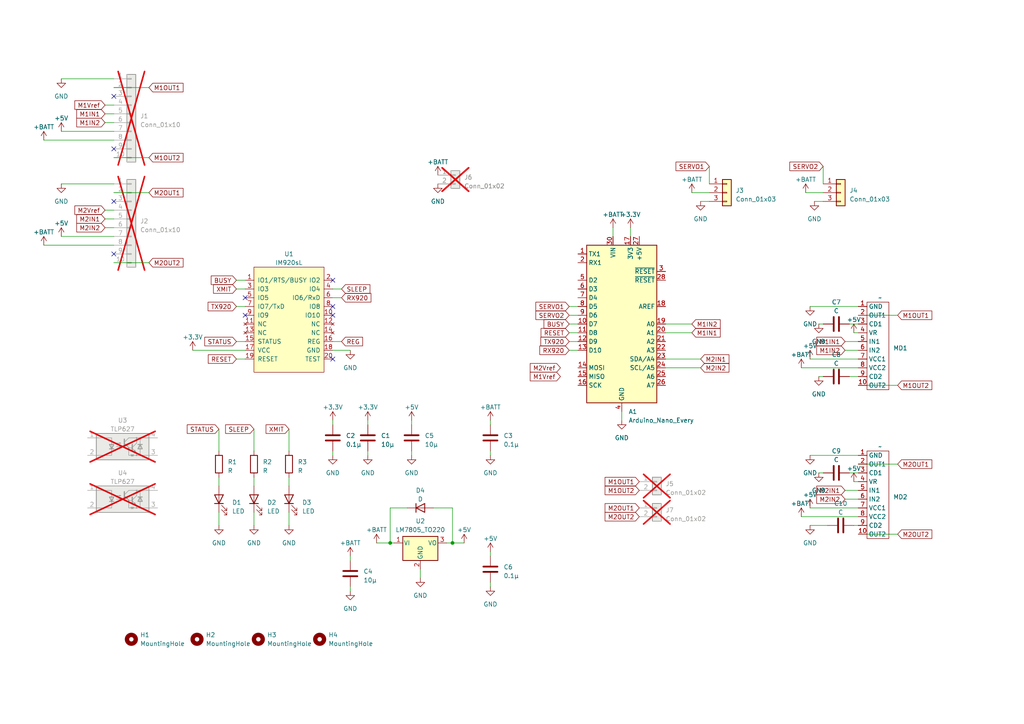
<source format=kicad_sch>
(kicad_sch (version 20230121) (generator eeschema)
  (paper "A4")
  (lib_symbols
    (symbol "BA6222:BA6222"
      (property "Reference" "MD" (at 0 0 0))
      (symbol "BA6222_0_1"
        (rectangle (start -3.81 -1.27) (end 2.54 -26.67))
      )
      (symbol "BA6222_1_1"
        (pin input line (at -6.35 -2.54 0) (length 2.54) (name "GND") (number "1"))
        (pin input line (at -6.35 -25.4 0) (length 2.54) (name "OUT2") (number "10"))
        (pin input line (at -6.35 -5.08 0) (length 2.54) (name "OUT1") (number "2"))
        (pin input line (at -6.35 -7.62 0) (length 2.54) (name "CD1") (number "3"))
        (pin input line (at -6.35 -10.16 0) (length 2.54) (name "VR") (number "4"))
        (pin input line (at -6.35 -12.7 0) (length 2.54) (name "IN1") (number "5"))
        (pin input line (at -6.35 -15.24 0) (length 2.54) (name "IN2") (number "6"))
        (pin input line (at -6.35 -17.78 0) (length 2.54) (name "VCC1") (number "7"))
        (pin input line (at -6.35 -20.32 0) (length 2.54) (name "VCC2") (number "8"))
        (pin input line (at -6.35 -22.86 0) (length 2.54) (name "CD2") (number "9"))
      )
    )
    (symbol "Connector_Generic:Conn_01x02" (pin_names (offset 1.016) hide)
      (property "Reference" "J" (at 0 2.54 0))
      (property "Value" "Conn_01x02" (at 0 -5.08 0))
      (symbol "Conn_01x02_1_1"
        (rectangle (start -1.27 -2.413) (end 0 -2.667) (stroke (width 0.1524)))
        (rectangle (start -1.27 0.127) (end 0 -0.127) (stroke (width 0.1524)))
        (rectangle (start -1.27 1.27) (end 1.27 -3.81) (stroke (width 0.254)) (fill (type background)))
        (pin passive line (at -5.08 0 0) (length 3.81) (name "Pin_1") (number "1"))
        (pin passive line (at -5.08 -2.54 0) (length 3.81) (name "Pin_2") (number "2"))
      )
    )
    (symbol "Connector_Generic:Conn_01x03" (pin_names (offset 1.016) hide)
      (property "Reference" "J" (at 0 5.08 0))
      (property "Value" "Conn_01x03" (at 0 -5.08 0))
      (symbol "Conn_01x03_1_1"
        (rectangle (start -1.27 -2.413) (end 0 -2.667) (stroke (width 0.1524)))
        (rectangle (start -1.27 0.127) (end 0 -0.127) (stroke (width 0.1524)))
        (rectangle (start -1.27 2.667) (end 0 2.413) (stroke (width 0.1524)))
        (rectangle (start -1.27 3.81) (end 1.27 -3.81) (stroke (width 0.254)) (fill (type background)))
        (pin passive line (at -5.08 2.54 0) (length 3.81) (name "Pin_1") (number "1"))
        (pin passive line (at -5.08 0 0) (length 3.81) (name "Pin_2") (number "2"))
        (pin passive line (at -5.08 -2.54 0) (length 3.81) (name "Pin_3") (number "3"))
      )
    )
    (symbol "Connector_Generic:Conn_01x10" (pin_names (offset 1.016) hide)
      (property "Reference" "J" (at 0 12.7 0))
      (property "Value" "Conn_01x10" (at 0 -15.24 0))
      (symbol "Conn_01x10_1_1"
        (rectangle (start -1.27 -12.573) (end 0 -12.827) (stroke (width 0.1524)))
        (rectangle (start -1.27 -10.033) (end 0 -10.287) (stroke (width 0.1524)))
        (rectangle (start -1.27 -7.493) (end 0 -7.747) (stroke (width 0.1524)))
        (rectangle (start -1.27 -4.953) (end 0 -5.207) (stroke (width 0.1524)))
        (rectangle (start -1.27 -2.413) (end 0 -2.667) (stroke (width 0.1524)))
        (rectangle (start -1.27 0.127) (end 0 -0.127) (stroke (width 0.1524)))
        (rectangle (start -1.27 2.667) (end 0 2.413) (stroke (width 0.1524)))
        (rectangle (start -1.27 5.207) (end 0 4.953) (stroke (width 0.1524)))
        (rectangle (start -1.27 7.747) (end 0 7.493) (stroke (width 0.1524)))
        (rectangle (start -1.27 10.287) (end 0 10.033) (stroke (width 0.1524)))
        (rectangle (start -1.27 11.43) (end 1.27 -13.97) (stroke (width 0.254)) (fill (type background)))
        (pin passive line (at -5.08 10.16 0) (length 3.81) (name "Pin_1") (number "1"))
        (pin passive line (at -5.08 -12.7 0) (length 3.81) (name "Pin_10") (number "10"))
        (pin passive line (at -5.08 7.62 0) (length 3.81) (name "Pin_2") (number "2"))
        (pin passive line (at -5.08 5.08 0) (length 3.81) (name "Pin_3") (number "3"))
        (pin passive line (at -5.08 2.54 0) (length 3.81) (name "Pin_4") (number "4"))
        (pin passive line (at -5.08 0 0) (length 3.81) (name "Pin_5") (number "5"))
        (pin passive line (at -5.08 -2.54 0) (length 3.81) (name "Pin_6") (number "6"))
        (pin passive line (at -5.08 -5.08 0) (length 3.81) (name "Pin_7") (number "7"))
        (pin passive line (at -5.08 -7.62 0) (length 3.81) (name "Pin_8") (number "8"))
        (pin passive line (at -5.08 -10.16 0) (length 3.81) (name "Pin_9") (number "9"))
      )
    )
    (symbol "Device:C" (pin_numbers hide) (pin_names (offset 0.254))
      (property "Reference" "C" (at 0.635 2.54 0))
      (property "Value" "C" (at 0.635 -2.54 0))
      (symbol "C_0_1"
        (polyline (pts (xy -2.032 -0.762) (xy 2.032 -0.762)) (stroke (width 0.508)))
        (polyline (pts (xy -2.032 0.762) (xy 2.032 0.762)) (stroke (width 0.508)))
      )
      (symbol "C_1_1"
        (pin passive line (at 0 3.81 270) (length 2.794) (name "~") (number "1"))
        (pin passive line (at 0 -3.81 90) (length 2.794) (name "~") (number "2"))
      )
    )
    (symbol "Device:D" (pin_numbers hide) (pin_names (offset 1.016) hide)
      (property "Reference" "D" (at 0 2.54 0))
      (property "Value" "D" (at 0 -2.54 0))
      (symbol "D_0_1"
        (polyline (pts (xy -1.27 1.27) (xy -1.27 -1.27)) (stroke (width 0.254)))
        (polyline (pts (xy 1.27 0) (xy -1.27 0)))
        (polyline (pts (xy 1.27 1.27) (xy 1.27 -1.27) (xy -1.27 0) (xy 1.27 1.27)) (stroke (width 0.254)))
      )
      (symbol "D_1_1"
        (pin passive line (at -3.81 0 0) (length 2.54) (name "K") (number "1"))
        (pin passive line (at 3.81 0 180) (length 2.54) (name "A") (number "2"))
      )
    )
    (symbol "Device:LED" (pin_numbers hide) (pin_names (offset 1.016) hide)
      (property "Reference" "D" (at 0 2.54 0))
      (property "Value" "LED" (at 0 -2.54 0))
      (symbol "LED_0_1"
        (polyline (pts (xy -1.27 -1.27) (xy -1.27 1.27)) (stroke (width 0.254)))
        (polyline (pts (xy -1.27 0) (xy 1.27 0)))
        (polyline (pts (xy 1.27 -1.27) (xy 1.27 1.27) (xy -1.27 0) (xy 1.27 -1.27)) (stroke (width 0.254)))
        (polyline (pts (xy -3.048 -0.762) (xy -4.572 -2.286) (xy -3.81 -2.286) (xy -4.572 -2.286) (xy -4.572 -1.524)))
        (polyline (pts (xy -1.778 -0.762) (xy -3.302 -2.286) (xy -2.54 -2.286) (xy -3.302 -2.286) (xy -3.302 -1.524)))
      )
      (symbol "LED_1_1"
        (pin passive line (at -3.81 0 0) (length 2.54) (name "K") (number "1"))
        (pin passive line (at 3.81 0 180) (length 2.54) (name "A") (number "2"))
      )
    )
    (symbol "Device:R" (pin_numbers hide) (pin_names (offset 0))
      (property "Reference" "R" (at 2.032 0 90))
      (property "Value" "R" (at 0 0 90))
      (symbol "R_0_1"
        (rectangle (start -1.016 -2.54) (end 1.016 2.54) (stroke (width 0.254)))
      )
      (symbol "R_1_1"
        (pin passive line (at 0 3.81 270) (length 1.27) (name "~") (number "1"))
        (pin passive line (at 0 -3.81 90) (length 1.27) (name "~") (number "2"))
      )
    )
    (symbol "Isolator:TLP627" (pin_names (offset 1.016))
      (property "Reference" "U" (at -7.62 5.08 0))
      (property "Value" "TLP627" (at 0 5.08 0))
      (symbol "TLP627_0_1"
        (rectangle (start -7.62 3.81) (end 7.62 -3.81) (stroke (width 0.254)) (fill (type background)))
        (polyline (pts (xy -3.81 -0.635) (xy -2.54 -0.635)) (stroke (width 0.254)))
        (polyline (pts (xy 0.508 1.016) (xy 1.778 -0.254)))
        (polyline (pts (xy 0.508 1.27) (xy 1.778 2.54)))
        (polyline (pts (xy 0.508 2.159) (xy 0.508 0.127)) (stroke (width 0.3556)))
        (polyline (pts (xy 1.778 2.54) (xy 7.62 2.54)))
        (polyline (pts (xy 2.794 -0.508) (xy 4.064 -1.778)))
        (polyline (pts (xy 2.794 -0.381) (xy 1.778 -0.381)))
        (polyline (pts (xy 2.794 -0.254) (xy 4.064 1.016)))
        (polyline (pts (xy 4.064 -2.54) (xy 7.62 -2.54)))
        (polyline (pts (xy 4.064 -1.778) (xy 4.064 -2.54)))
        (polyline (pts (xy 4.064 1.016) (xy 4.064 2.54)))
        (polyline (pts (xy 4.445 0.635) (xy 5.715 0.635)) (stroke (width 0.254)))
        (polyline (pts (xy 5.08 -0.635) (xy 5.08 -2.54)))
        (polyline (pts (xy 5.08 -0.635) (xy 5.08 2.54)))
        (polyline (pts (xy -7.62 2.54) (xy -3.175 2.54) (xy -3.175 0.635)))
        (polyline (pts (xy -3.175 0.762) (xy -3.175 -2.54) (xy -7.62 -2.54)))
        (polyline (pts (xy 2.794 0.635) (xy 2.794 -1.397) (xy 2.794 -1.397)) (stroke (width 0.3556)))
        (polyline (pts (xy -3.175 -0.635) (xy -3.81 0.635) (xy -2.54 0.635) (xy -3.175 -0.635)) (stroke (width 0.254)))
        (polyline (pts (xy 1.524 0) (xy 1.27 0.508) (xy 1.016 0.254) (xy 1.524 0)))
        (polyline (pts (xy 3.81 -1.524) (xy 3.556 -1.016) (xy 3.302 -1.27) (xy 3.81 -1.524)))
        (polyline (pts (xy 5.08 0.635) (xy 4.445 -0.635) (xy 5.715 -0.635) (xy 5.08 0.635)) (stroke (width 0.254)))
        (polyline (pts (xy -1.778 0) (xy -0.508 0) (xy -0.889 -0.127) (xy -0.889 0.127) (xy -0.508 0)))
        (polyline (pts (xy -1.778 1.016) (xy -0.508 1.016) (xy -0.889 0.889) (xy -0.889 1.143) (xy -0.508 1.016)))
        (polyline (pts (xy 1.778 -0.254) (xy 1.778 -2.54) (xy 2.286 -2.54) (xy 2.413 -2.286) (xy 2.54 -2.794) (xy 2.667 -2.286) (xy 2.794 -2.794) (xy 2.921 -2.286) (xy 3.048 -2.794) (xy 3.175 -2.286) (xy 3.302 -2.54) (xy 4.064 -2.54)))
        (circle (center 1.778 -0.381) (radius 0.127))
        (circle (center 4.064 -2.54) (radius 0.127))
        (circle (center 4.064 2.54) (radius 0.127))
        (circle (center 5.08 -2.54) (radius 0.127))
        (circle (center 5.08 2.54) (radius 0.127))
      )
      (symbol "TLP627_1_1"
        (pin passive line (at -10.16 2.54 0) (length 2.54) (name "~") (number "1"))
        (pin passive line (at -10.16 -2.54 0) (length 2.54) (name "~") (number "2"))
        (pin passive line (at 10.16 -2.54 180) (length 2.54) (name "~") (number "3"))
        (pin passive line (at 10.16 2.54 180) (length 2.54) (name "~") (number "4"))
      )
    )
    (symbol "MCU_Module:Arduino_Nano_Every"
      (property "Reference" "A" (at -10.16 23.495 0))
      (property "Value" "Arduino_Nano_Every" (at 5.08 -24.13 0))
      (symbol "Arduino_Nano_Every_0_1"
        (rectangle (start -10.16 22.86) (end 10.16 -22.86) (stroke (width 0.254)) (fill (type background)))
      )
      (symbol "Arduino_Nano_Every_1_1"
        (pin bidirectional line (at -12.7 20.32 0) (length 2.54) (name "TX1") (number "1"))
        (pin bidirectional line (at -12.7 0 0) (length 2.54) (name "D7") (number "10"))
        (pin bidirectional line (at -12.7 -2.54 0) (length 2.54) (name "D8") (number "11"))
        (pin bidirectional line (at -12.7 -5.08 0) (length 2.54) (name "D9") (number "12"))
        (pin bidirectional line (at -12.7 -7.62 0) (length 2.54) (name "D10") (number "13"))
        (pin bidirectional line (at -12.7 -12.7 0) (length 2.54) (name "MOSI") (number "14"))
        (pin bidirectional line (at -12.7 -15.24 0) (length 2.54) (name "MISO") (number "15"))
        (pin bidirectional line (at -12.7 -17.78 0) (length 2.54) (name "SCK") (number "16"))
        (pin power_out line (at 2.54 25.4 270) (length 2.54) (name "3V3") (number "17"))
        (pin input line (at 12.7 5.08 180) (length 2.54) (name "AREF") (number "18"))
        (pin bidirectional line (at 12.7 0 180) (length 2.54) (name "A0") (number "19"))
        (pin bidirectional line (at -12.7 17.78 0) (length 2.54) (name "RX1") (number "2"))
        (pin bidirectional line (at 12.7 -2.54 180) (length 2.54) (name "A1") (number "20"))
        (pin bidirectional line (at 12.7 -5.08 180) (length 2.54) (name "A2") (number "21"))
        (pin bidirectional line (at 12.7 -7.62 180) (length 2.54) (name "A3") (number "22"))
        (pin bidirectional line (at 12.7 -10.16 180) (length 2.54) (name "SDA/A4") (number "23"))
        (pin bidirectional line (at 12.7 -12.7 180) (length 2.54) (name "SCL/A5") (number "24"))
        (pin bidirectional line (at 12.7 -15.24 180) (length 2.54) (name "A6") (number "25"))
        (pin bidirectional line (at 12.7 -17.78 180) (length 2.54) (name "A7") (number "26"))
        (pin power_out line (at 5.08 25.4 270) (length 2.54) (name "+5V") (number "27"))
        (pin input line (at 12.7 12.7 180) (length 2.54) (name "~{RESET}") (number "28"))
        (pin passive line (at 0 -25.4 90) (length 2.54) hide (name "GND") (number "29"))
        (pin input line (at 12.7 15.24 180) (length 2.54) (name "~{RESET}") (number "3"))
        (pin power_in line (at -2.54 25.4 270) (length 2.54) (name "VIN") (number "30"))
        (pin power_in line (at 0 -25.4 90) (length 2.54) (name "GND") (number "4"))
        (pin bidirectional line (at -12.7 12.7 0) (length 2.54) (name "D2") (number "5"))
        (pin bidirectional line (at -12.7 10.16 0) (length 2.54) (name "D3") (number "6"))
        (pin bidirectional line (at -12.7 7.62 0) (length 2.54) (name "D4") (number "7"))
        (pin bidirectional line (at -12.7 5.08 0) (length 2.54) (name "D5") (number "8"))
        (pin bidirectional line (at -12.7 2.54 0) (length 2.54) (name "D6") (number "9"))
      )
    )
    (symbol "Mechanical:MountingHole" (pin_names (offset 1.016))
      (property "Reference" "H" (at 0 5.08 0))
      (property "Value" "MountingHole" (at 0 3.175 0))
      (symbol "MountingHole_0_1"
        (circle (center 0 0) (radius 1.27) (stroke (width 1.27)))
      )
    )
    (symbol "Regulator_Linear:LM7805_TO220" (pin_names (offset 0.254))
      (property "Reference" "U" (at -3.81 3.175 0))
      (property "Value" "LM7805_TO220" (at 0 3.175 0))
      (symbol "LM7805_TO220_0_1"
        (rectangle (start -5.08 1.905) (end 5.08 -5.08) (stroke (width 0.254)) (fill (type background)))
      )
      (symbol "LM7805_TO220_1_1"
        (pin power_in line (at -7.62 0 0) (length 2.54) (name "VI") (number "1"))
        (pin power_in line (at 0 -7.62 90) (length 2.54) (name "GND") (number "2"))
        (pin power_out line (at 7.62 0 180) (length 2.54) (name "VO") (number "3"))
      )
    )
    (symbol "interplan:IM920sL" (pin_names (offset 1.016))
      (property "Reference" "U" (at 0 15.24 0))
      (property "Value" "IM920sL" (at 0 -17.78 0))
      (symbol "IM920sL_0_1"
        (rectangle (start -10.16 13.97) (end 10.16 -16.51) (fill (type background)))
      )
      (symbol "IM920sL_1_1"
        (pin input line (at -12.7 10.16 0) (length 2.54) (name "IO1/RTS/BUSY") (number "1"))
        (pin input line (at 12.7 0 180) (length 2.54) (name "IO10") (number "10"))
        (pin no_connect line (at -12.7 -2.54 0) (length 2.54) (name "NC") (number "11"))
        (pin no_connect line (at 12.7 -2.54 180) (length 2.54) (name "NC") (number "12"))
        (pin no_connect line (at -12.7 -5.08 0) (length 2.54) (name "NC") (number "13"))
        (pin no_connect line (at 12.7 -5.08 180) (length 2.54) (name "NC") (number "14"))
        (pin input line (at -12.7 -7.62 0) (length 2.54) (name "STATUS") (number "15"))
        (pin input line (at 12.7 -7.62 180) (length 2.54) (name "REG") (number "16"))
        (pin input line (at -12.7 -10.16 0) (length 2.54) (name "VCC") (number "17"))
        (pin input line (at 12.7 -10.16 180) (length 2.54) (name "GND") (number "18"))
        (pin input line (at -12.7 -12.7 0) (length 2.54) (name "RESET") (number "19"))
        (pin input line (at 12.7 10.16 180) (length 2.54) (name "IO2") (number "2"))
        (pin input line (at 12.7 -12.7 180) (length 2.54) (name "TEST") (number "20"))
        (pin input line (at -12.7 7.62 0) (length 2.54) (name "IO3") (number "3"))
        (pin input line (at 12.7 7.62 180) (length 2.54) (name "IO4") (number "4"))
        (pin input line (at -12.7 5.08 0) (length 2.54) (name "IO5") (number "5"))
        (pin input line (at 12.7 5.08 180) (length 2.54) (name "IO6/RxD") (number "6"))
        (pin input line (at -12.7 2.54 0) (length 2.54) (name "IO7/TxD") (number "7"))
        (pin input line (at 12.7 2.54 180) (length 2.54) (name "IO8") (number "8"))
        (pin input line (at -12.7 0 0) (length 2.54) (name "IO9") (number "9"))
      )
    )
    (symbol "power:+3.3V" (power) (pin_names (offset 0))
      (property "Value" "+3.3V" (at 0 3.556 0))
      (symbol "+3.3V_0_1"
        (polyline (pts (xy -0.762 1.27) (xy 0 2.54)))
        (polyline (pts (xy 0 0) (xy 0 2.54)))
        (polyline (pts (xy 0 2.54) (xy 0.762 1.27)))
      )
      (symbol "+3.3V_1_1"
        (pin power_in line (at 0 0 90) (length 0) hide (name "+3.3V") (number "1"))
      )
    )
    (symbol "power:+5V" (power) (pin_names (offset 0))
      (property "Value" "+5V" (at 0 3.556 0))
      (symbol "+5V_0_1"
        (polyline (pts (xy -0.762 1.27) (xy 0 2.54)))
        (polyline (pts (xy 0 0) (xy 0 2.54)))
        (polyline (pts (xy 0 2.54) (xy 0.762 1.27)))
      )
      (symbol "+5V_1_1"
        (pin power_in line (at 0 0 90) (length 0) hide (name "+5V") (number "1"))
      )
    )
    (symbol "power:+BATT" (power) (pin_names (offset 0))
      (property "Value" "+BATT" (at 0 3.556 0))
      (symbol "+BATT_0_1"
        (polyline (pts (xy -0.762 1.27) (xy 0 2.54)))
        (polyline (pts (xy 0 0) (xy 0 2.54)))
        (polyline (pts (xy 0 2.54) (xy 0.762 1.27)))
      )
      (symbol "+BATT_1_1"
        (pin power_in line (at 0 0 90) (length 0) hide (name "+BATT") (number "1"))
      )
    )
    (symbol "power:GND" (power) (pin_names (offset 0))
      (property "Value" "GND" (at 0 -3.81 0))
      (symbol "GND_0_1"
        (polyline (pts (xy 0 0) (xy 0 -1.27) (xy 1.27 -1.27) (xy 0 -2.54) (xy -1.27 -1.27) (xy 0 -1.27)))
      )
      (symbol "GND_1_1"
        (pin power_in line (at 0 0 270) (length 0) hide (name "GND") (number "1"))
      )
    )
  )
  (junction (at 131.2434 157.48))
  (junction (at 113.1716 157.48))
  (no_connect (at 71.12 91.44))
  (no_connect (at 96.52 104.14))
  (no_connect (at 96.52 81.28))
  (no_connect (at 33.02 27.94))
  (no_connect (at 33.02 58.42))
  (no_connect (at 33.02 73.66))
  (no_connect (at 71.12 86.36))
  (no_connect (at 33.02 43.18))
  (no_connect (at 96.52 88.9))
  (no_connect (at 96.52 91.44))
  (wire (pts (xy 30.48 30.48) (xy 33.02 30.48)))
  (wire (pts (xy 17.78 22.86) (xy 33.02 22.86)))
  (wire (pts (xy 63.5 124.46) (xy 63.5 130.81)))
  (wire (pts (xy 30.48 33.02) (xy 33.02 33.02)))
  (wire (pts (xy 205.74 48.26) (xy 205.74 53.34)))
  (wire (pts (xy 68.58 104.14) (xy 71.12 104.14)))
  (wire (pts (xy 203.2 58.42) (xy 205.74 58.42)))
  (wire (pts (xy 118.11 147.32) (xy 113.1716 147.32)))
  (wire (pts (xy 247.65 152.4) (xy 248.92 152.4)))
  (wire (pts (xy 234.95 152.4) (xy 240.03 152.4)))
  (wire (pts (xy 99.06 99.06) (xy 96.52 99.06)))
  (wire (pts (xy 165.1 99.06) (xy 167.64 99.06)))
  (wire (pts (xy 30.48 60.96) (xy 33.02 60.96)))
  (wire (pts (xy 234.95 132.08) (xy 248.92 132.08)))
  (wire (pts (xy 142.24 121.92) (xy 142.24 123.19)))
  (wire (pts (xy 12.7 71.12) (xy 33.02 71.12)))
  (wire (pts (xy 119.38 130.81) (xy 119.38 132.08)))
  (wire (pts (xy 17.78 53.34) (xy 33.02 53.34)))
  (wire (pts (xy 248.92 91.44) (xy 260.35 91.44)))
  (wire (pts (xy 238.76 48.26) (xy 238.76 53.34)))
  (wire (pts (xy 63.5 148.59) (xy 63.5 152.4)))
  (wire (pts (xy 165.1 88.9) (xy 167.64 88.9)))
  (wire (pts (xy 165.1 93.98) (xy 167.64 93.98)))
  (wire (pts (xy 200.66 96.52) (xy 193.04 96.52)))
  (wire (pts (xy 12.7 40.64) (xy 33.02 40.64)))
  (wire (pts (xy 248.92 111.76) (xy 260.35 111.76)))
  (wire (pts (xy 165.1 96.52) (xy 167.64 96.52)))
  (wire (pts (xy 246.38 93.98) (xy 248.92 93.98)))
  (wire (pts (xy 83.82 148.59) (xy 83.82 152.4)))
  (wire (pts (xy 68.58 83.82) (xy 71.12 83.82)))
  (wire (pts (xy 17.78 68.58) (xy 33.02 68.58)))
  (wire (pts (xy 234.95 104.14) (xy 248.92 104.14)))
  (wire (pts (xy 131.2434 157.48) (xy 134.62 157.48)))
  (wire (pts (xy 129.54 157.48) (xy 131.2434 157.48)))
  (wire (pts (xy 73.66 148.59) (xy 73.66 152.4)))
  (wire (pts (xy 245.11 142.24) (xy 248.92 142.24)))
  (wire (pts (xy 99.06 83.82) (xy 96.52 83.82)))
  (wire (pts (xy 106.68 121.92) (xy 106.68 123.19)))
  (wire (pts (xy 247.65 139.7) (xy 248.92 139.7)))
  (wire (pts (xy 33.02 25.4) (xy 43.18 25.4)))
  (wire (pts (xy 101.6 170.18) (xy 101.6 171.45)))
  (wire (pts (xy 234.95 88.9) (xy 248.92 88.9)))
  (wire (pts (xy 96.52 130.81) (xy 96.52 132.08)))
  (wire (pts (xy 237.49 93.98) (xy 238.76 93.98)))
  (wire (pts (xy 232.41 106.68) (xy 248.92 106.68)))
  (wire (pts (xy 63.5 138.43) (xy 63.5 140.97)))
  (wire (pts (xy 182.88 66.04) (xy 182.88 68.58)))
  (wire (pts (xy 96.52 86.36) (xy 99.06 86.36)))
  (wire (pts (xy 203.2 106.68) (xy 193.04 106.68)))
  (wire (pts (xy 33.02 76.2) (xy 43.18 76.2)))
  (wire (pts (xy 33.02 45.72) (xy 43.18 45.72)))
  (wire (pts (xy 83.82 124.46) (xy 83.82 130.81)))
  (wire (pts (xy 109.22 157.48) (xy 113.1716 157.48)))
  (wire (pts (xy 119.38 121.92) (xy 119.38 123.19)))
  (wire (pts (xy 30.48 66.04) (xy 33.02 66.04)))
  (wire (pts (xy 237.49 137.16) (xy 238.76 137.16)))
  (wire (pts (xy 125.73 147.32) (xy 131.2434 147.32)))
  (wire (pts (xy 248.92 154.94) (xy 260.35 154.94)))
  (wire (pts (xy 30.48 35.56) (xy 33.02 35.56)))
  (wire (pts (xy 233.68 55.88) (xy 238.76 55.88)))
  (wire (pts (xy 121.92 165.1) (xy 121.92 167.64)))
  (wire (pts (xy 113.1716 157.48) (xy 114.3 157.48)))
  (wire (pts (xy 73.66 124.46) (xy 73.66 130.81)))
  (wire (pts (xy 30.48 63.5) (xy 33.02 63.5)))
  (wire (pts (xy 101.6 161.29) (xy 101.6 162.56)))
  (wire (pts (xy 245.11 101.6) (xy 248.92 101.6)))
  (wire (pts (xy 203.2 104.14) (xy 193.04 104.14)))
  (wire (pts (xy 248.92 134.62) (xy 260.35 134.62)))
  (wire (pts (xy 113.1716 147.32) (xy 113.1716 157.48)))
  (wire (pts (xy 68.58 81.28) (xy 71.12 81.28)))
  (wire (pts (xy 33.02 55.88) (xy 43.18 55.88)))
  (wire (pts (xy 68.58 88.9) (xy 71.12 88.9)))
  (wire (pts (xy 68.58 99.06) (xy 71.12 99.06)))
  (wire (pts (xy 236.22 58.42) (xy 238.76 58.42)))
  (wire (pts (xy 245.11 144.78) (xy 248.92 144.78)))
  (wire (pts (xy 73.66 138.43) (xy 73.66 140.97)))
  (wire (pts (xy 237.49 109.22) (xy 238.76 109.22)))
  (wire (pts (xy 142.24 130.81) (xy 142.24 132.08)))
  (wire (pts (xy 234.95 147.32) (xy 248.92 147.32)))
  (wire (pts (xy 177.8 66.04) (xy 177.8 68.58)))
  (wire (pts (xy 55.88 101.6) (xy 71.12 101.6)))
  (wire (pts (xy 17.78 38.1) (xy 33.02 38.1)))
  (wire (pts (xy 96.52 121.92) (xy 96.52 123.19)))
  (wire (pts (xy 246.38 109.22) (xy 248.92 109.22)))
  (wire (pts (xy 180.34 119.38) (xy 180.34 121.92)))
  (wire (pts (xy 142.24 160.02) (xy 142.24 161.29)))
  (wire (pts (xy 200.66 93.98) (xy 193.04 93.98)))
  (wire (pts (xy 131.2434 147.32) (xy 131.2434 157.48)))
  (wire (pts (xy 83.82 138.43) (xy 83.82 140.97)))
  (wire (pts (xy 232.41 149.86) (xy 248.92 149.86)))
  (wire (pts (xy 246.38 137.16) (xy 248.92 137.16)))
  (wire (pts (xy 165.1 101.6) (xy 167.64 101.6)))
  (wire (pts (xy 245.11 99.06) (xy 248.92 99.06)))
  (wire (pts (xy 142.24 168.91) (xy 142.24 170.18)))
  (wire (pts (xy 165.1 91.44) (xy 167.64 91.44)))
  (wire (pts (xy 200.66 55.88) (xy 205.74 55.88)))
  (wire (pts (xy 96.52 101.6) (xy 101.6 101.6)))
  (wire (pts (xy 247.65 96.52) (xy 248.92 96.52)))
  (wire (pts (xy 106.68 130.81) (xy 106.68 132.08)))
  (global_label "M2OUT2" (shape input) (at 260.35 154.94 0) (property "Intersheetrefs" "${INTERSHEET_REFS}" (effects hide)))
  (global_label "M1Vref" (shape input) (at 30.48 30.48 180) (property "Intersheetrefs" "${INTERSHEET_REFS}" (effects hide)))
  (global_label "M2IN2" (shape input) (at 245.11 144.78 180) (property "Intersheetrefs" "${INTERSHEET_REFS}" (effects hide)))
  (global_label "M1OUT2" (shape input) (at 260.35 111.76 0) (property "Intersheetrefs" "${INTERSHEET_REFS}" (effects hide)))
  (global_label "M1IN1" (shape input) (at 200.66 96.52 0) (property "Intersheetrefs" "${INTERSHEET_REFS}" (effects hide)))
  (global_label "XMIT" (shape input) (at 68.58 83.82 180) (property "Intersheetrefs" "${INTERSHEET_REFS}" (effects hide)))
  (global_label "M2IN1" (shape input) (at 30.48 63.5 180) (property "Intersheetrefs" "${INTERSHEET_REFS}" (effects hide)))
  (global_label "SERVO1" (shape input) (at 205.74 48.26 180) (property "Intersheetrefs" "${INTERSHEET_REFS}" (effects hide)))
  (global_label "M1IN2" (shape input) (at 200.66 93.98 0) (property "Intersheetrefs" "${INTERSHEET_REFS}" (effects hide)))
  (global_label "M2IN2" (shape input) (at 203.2 106.68 0) (property "Intersheetrefs" "${INTERSHEET_REFS}" (effects hide)))
  (global_label "RX920" (shape input) (at 165.1 101.6 180) (property "Intersheetrefs" "${INTERSHEET_REFS}" (effects hide)))
  (global_label "M1OUT2" (shape input) (at 185.42 142.24 180) (property "Intersheetrefs" "${INTERSHEET_REFS}" (effects hide)))
  (global_label "M2Vref" (shape input) (at 162.56 106.68 180) (property "Intersheetrefs" "${INTERSHEET_REFS}" (effects hide)))
  (global_label "SERVO2" (shape input) (at 238.76 48.26 180) (property "Intersheetrefs" "${INTERSHEET_REFS}" (effects hide)))
  (global_label "M1IN2" (shape input) (at 245.11 101.6 180) (property "Intersheetrefs" "${INTERSHEET_REFS}" (effects hide)))
  (global_label "M1IN1" (shape input) (at 30.48 33.02 180) (property "Intersheetrefs" "${INTERSHEET_REFS}" (effects hide)))
  (global_label "M2OUT2" (shape input) (at 43.18 76.2 0) (property "Intersheetrefs" "${INTERSHEET_REFS}" (effects hide)))
  (global_label "M2OUT1" (shape input) (at 260.35 134.62 0) (property "Intersheetrefs" "${INTERSHEET_REFS}" (effects hide)))
  (global_label "RESET" (shape input) (at 68.58 104.14 180) (property "Intersheetrefs" "${INTERSHEET_REFS}" (effects hide)))
  (global_label "M2IN1" (shape input) (at 245.11 142.24 180) (property "Intersheetrefs" "${INTERSHEET_REFS}" (effects hide)))
  (global_label "M1IN2" (shape input) (at 30.48 35.56 180) (property "Intersheetrefs" "${INTERSHEET_REFS}" (effects hide)))
  (global_label "SERVO2" (shape input) (at 165.1 91.44 180) (property "Intersheetrefs" "${INTERSHEET_REFS}" (effects hide)))
  (global_label "REG" (shape input) (at 99.06 99.06 0) (property "Intersheetrefs" "${INTERSHEET_REFS}" (effects hide)))
  (global_label "TX920" (shape input) (at 165.1 99.06 180) (property "Intersheetrefs" "${INTERSHEET_REFS}" (effects hide)))
  (global_label "M2Vref" (shape input) (at 30.48 60.96 180) (property "Intersheetrefs" "${INTERSHEET_REFS}" (effects hide)))
  (global_label "M1OUT1" (shape input) (at 185.42 139.7 180) (property "Intersheetrefs" "${INTERSHEET_REFS}" (effects hide)))
  (global_label "SERVO1" (shape input) (at 165.1 88.9 180) (property "Intersheetrefs" "${INTERSHEET_REFS}" (effects hide)))
  (global_label "M2IN2" (shape input) (at 30.48 66.04 180) (property "Intersheetrefs" "${INTERSHEET_REFS}" (effects hide)))
  (global_label "M1IN1" (shape input) (at 245.11 99.06 180) (property "Intersheetrefs" "${INTERSHEET_REFS}" (effects hide)))
  (global_label "M2OUT2" (shape input) (at 185.42 149.86 180) (property "Intersheetrefs" "${INTERSHEET_REFS}" (effects hide)))
  (global_label "TX920" (shape input) (at 68.58 88.9 180) (property "Intersheetrefs" "${INTERSHEET_REFS}" (effects hide)))
  (global_label "SLEEP" (shape input) (at 99.06 83.82 0) (property "Intersheetrefs" "${INTERSHEET_REFS}" (effects hide)))
  (global_label "M1OUT2" (shape input) (at 43.18 45.72 0) (property "Intersheetrefs" "${INTERSHEET_REFS}" (effects hide)))
  (global_label "M1OUT1" (shape input) (at 260.35 91.44 0) (property "Intersheetrefs" "${INTERSHEET_REFS}" (effects hide)))
  (global_label "M2OUT1" (shape input) (at 185.42 147.32 180) (property "Intersheetrefs" "${INTERSHEET_REFS}" (effects hide)))
  (global_label "BUSY" (shape input) (at 68.58 81.28 180) (property "Intersheetrefs" "${INTERSHEET_REFS}" (effects hide)))
  (global_label "XMIT" (shape input) (at 83.82 124.46 180) (property "Intersheetrefs" "${INTERSHEET_REFS}" (effects hide)))
  (global_label "M1Vref" (shape input) (at 162.56 109.22 180) (property "Intersheetrefs" "${INTERSHEET_REFS}" (effects hide)))
  (global_label "SLEEP" (shape input) (at 73.66 124.46 180) (property "Intersheetrefs" "${INTERSHEET_REFS}" (effects hide)))
  (global_label "M2OUT1" (shape input) (at 43.18 55.88 0) (property "Intersheetrefs" "${INTERSHEET_REFS}" (effects hide)))
  (global_label "RESET" (shape input) (at 165.1 96.52 180) (property "Intersheetrefs" "${INTERSHEET_REFS}" (effects hide)))
  (global_label "M1OUT1" (shape input) (at 43.18 25.4 0) (property "Intersheetrefs" "${INTERSHEET_REFS}" (effects hide)))
  (global_label "RX920" (shape input) (at 99.06 86.36 0) (property "Intersheetrefs" "${INTERSHEET_REFS}" (effects hide)))
  (global_label "BUSY" (shape input) (at 165.1 93.98 180) (property "Intersheetrefs" "${INTERSHEET_REFS}" (effects hide)))
  (global_label "STATUS" (shape input) (at 63.5 124.46 180) (property "Intersheetrefs" "${INTERSHEET_REFS}" (effects hide)))
  (global_label "M2IN1" (shape input) (at 203.2 104.14 0) (property "Intersheetrefs" "${INTERSHEET_REFS}" (effects hide)))
  (global_label "STATUS" (shape input) (at 68.58 99.06 180) (property "Intersheetrefs" "${INTERSHEET_REFS}" (effects hide)))
  (symbol (lib_id "Device:LED") (at 83.82 144.78 90) (unit 1)
    (property "Reference" "D3" (at 87.63 145.7325 90) (effects (justify right)))
    (property "Value" "LED" (at 87.63 148.2725 90) (effects (justify right)))
    (property "Footprint" "LED_THT:LED_D3.0mm" (effects hide))
  )
  (symbol (lib_id "power:GND") (at 96.52 132.08 0) (unit 1)
    (property "Reference" "#PWR010" (effects hide))
    (property "Value" "GND" (at 96.52 137.16 0))
  )
  (symbol (lib_id "Mechanical:MountingHole") (at 74.93 185.42 0) (unit 1)
    (property "Reference" "H3" (at 77.47 184.1499 0) (effects (justify left)))
    (property "Value" "MountingHole" (at 77.47 186.6899 0) (effects (justify left)))
    (property "Footprint" "MountingHole:MountingHole_3.2mm_M3" (effects hide))
  )
  (symbol (lib_id "power:GND") (at 83.82 152.4 0) (unit 1)
    (property "Reference" "#PWR07" (effects hide))
    (property "Value" "GND" (at 83.82 157.48 0))
  )
  (symbol (lib_id "power:GND") (at 237.49 93.98 0) (unit 1)
    (property "Reference" "#PWR042" (effects hide))
    (property "Value" "GND" (at 237.49 99.06 0))
  )
  (symbol (lib_id "Regulator_Linear:LM7805_TO220") (at 121.92 157.48 0) (unit 1)
    (property "Reference" "U2" (at 121.92 151.13 0))
    (property "Value" "LM7805_TO220" (at 121.92 153.67 0))
    (property "Footprint" "Package_TO_SOT_THT:TO-220-3_Vertical" (effects hide))
    (property "Datasheet" "https://www.onsemi.cn/PowerSolutions/document/MC7800-D.PDF" (effects hide))
  )
  (symbol (lib_id "power:GND") (at 106.68 132.08 0) (unit 1)
    (property "Reference" "#PWR09" (effects hide))
    (property "Value" "GND" (at 106.68 137.16 0))
  )
  (symbol (lib_id "power:GND") (at 234.95 88.9 0) (unit 1)
    (property "Reference" "#PWR038" (effects hide))
    (property "Value" "GND" (at 234.95 93.98 0))
  )
  (symbol (lib_id "power:+5V") (at 17.78 38.1 0) (unit 1)
    (property "Reference" "#PWR021" (effects hide))
    (property "Value" "+5V" (at 17.78 34.29 0))
  )
  (symbol (lib_id "power:+BATT") (at 177.8 66.04 0) (unit 1)
    (property "Reference" "#PWR06" (effects hide))
    (property "Value" "+BATT" (at 177.8 62.23 0))
  )
  (symbol (lib_id "Device:R") (at 73.66 134.62 180) (unit 1)
    (property "Reference" "R2" (at 76.2 133.985 0) (effects (justify right)))
    (property "Value" "R" (at 76.2 136.525 0) (effects (justify right)))
    (property "Footprint" "Resistor_THT:R_Axial_DIN0207_L6.3mm_D2.5mm_P7.62mm_Horizontal" (effects hide))
  )
  (symbol (lib_id "Isolator:TLP627") (at 35.56 144.78 0) (unit 1) (in_bom no) (on_board no) (dnp yes)
    (property "Reference" "U4" (at 35.56 137.16 0))
    (property "Value" "TLP627" (at 35.56 139.7 0))
    (property "Footprint" "Package_DIP:DIP-4_W7.62mm" (effects hide))
    (property "Datasheet" "https://toshiba.semicon-storage.com/info/docget.jsp?did=16914&prodName=TLP627" (effects hide))
    (property "Sim.Enable" "0" (effects hide))
  )
  (symbol (lib_id "Device:C") (at 106.68 127 0) (unit 1)
    (property "Reference" "C1" (at 110.49 126.365 0) (effects (justify left)))
    (property "Value" "10μ" (at 110.49 128.905 0) (effects (justify left)))
    (property "Footprint" "Capacitor_THT:C_Disc_D3.0mm_W1.6mm_P2.50mm" (effects hide))
  )
  (symbol (lib_id "Isolator:TLP627") (at 35.56 129.54 0) (unit 1) (in_bom no) (on_board no) (dnp yes)
    (property "Reference" "U3" (at 35.56 121.92 0))
    (property "Value" "TLP627" (at 35.56 124.46 0))
    (property "Footprint" "Package_DIP:DIP-4_W7.62mm" (effects hide))
    (property "Datasheet" "https://toshiba.semicon-storage.com/info/docget.jsp?did=16914&prodName=TLP627" (effects hide))
    (property "Sim.Enable" "0" (effects hide))
  )
  (symbol (lib_id "power:GND") (at 237.49 109.22 0) (unit 1)
    (property "Reference" "#PWR043" (effects hide))
    (property "Value" "GND" (at 237.49 114.3 0))
  )
  (symbol (lib_id "BA6222:BA6222") (at 255.27 129.54 0) (unit 1)
    (property "Reference" "MD2" (at 259.08 144.145 0) (effects (justify left)))
    (property "Value" "~" (at 255.27 129.54 0))
    (property "Footprint" "BA6222:BA6222" (effects hide))
  )
  (symbol (lib_id "Device:LED") (at 63.5 144.78 90) (unit 1)
    (property "Reference" "D1" (at 67.31 145.7325 90) (effects (justify right)))
    (property "Value" "LED" (at 67.31 148.2725 90) (effects (justify right)))
    (property "Footprint" "LED_THT:LED_D3.0mm" (effects hide))
  )
  (symbol (lib_id "Device:C") (at 243.84 152.4 270) (unit 1)
    (property "Reference" "C10" (at 243.84 146.05 90))
    (property "Value" "C" (at 243.84 148.59 90))
    (property "Footprint" "Capacitor_THT:C_Disc_D3.0mm_W1.6mm_P2.50mm" (effects hide))
  )
  (symbol (lib_id "Connector_Generic:Conn_01x02") (at 132.08 50.8 0) (unit 1) (in_bom no) (on_board no) (dnp yes)
    (property "Reference" "J6" (at 134.62 51.435 0) (effects (justify left)))
    (property "Value" "Conn_01x02" (at 134.62 53.975 0) (effects (justify left)))
    (property "Footprint" "Connector_AMASS:AMASS_XT60PW-M_1x02_P7.20mm_Horizontal" (effects hide))
    (property "Sim.Enable" "0" (effects hide))
  )
  (symbol (lib_id "power:+5V") (at 119.38 121.92 0) (unit 1)
    (property "Reference" "#PWR028" (effects hide))
    (property "Value" "+5V" (at 119.38 118.11 0))
  )
  (symbol (lib_id "power:+BATT") (at 101.6 161.29 0) (unit 1)
    (property "Reference" "#PWR017" (effects hide))
    (property "Value" "+BATT" (at 101.6 157.48 0))
  )
  (symbol (lib_id "power:+BATT") (at 127 50.8 0) (unit 1)
    (property "Reference" "#PWR036" (effects hide))
    (property "Value" "+BATT" (at 127 46.99 0))
  )
  (symbol (lib_id "power:+3.3V") (at 182.88 66.04 0) (unit 1)
    (property "Reference" "#PWR02" (effects hide))
    (property "Value" "+3.3V" (at 182.88 62.23 0))
  )
  (symbol (lib_id "Connector_Generic:Conn_01x02") (at 190.5 139.7 0) (unit 1) (in_bom no) (on_board no) (dnp yes)
    (property "Reference" "J5" (at 193.04 140.335 0) (effects (justify left)))
    (property "Value" "Conn_01x02" (at 193.04 142.875 0) (effects (justify left)))
    (property "Footprint" "Connector_AMASS:AMASS_XT30PW-F_1x02_P2.50mm_Horizontal" (effects hide))
    (property "Sim.Enable" "0" (effects hide))
  )
  (symbol (lib_id "power:GND") (at 203.2 58.42 0) (unit 1)
    (property "Reference" "#PWR034" (effects hide))
    (property "Value" "GND" (at 203.2 63.5 0))
  )
  (symbol (lib_id "Device:R") (at 63.5 134.62 180) (unit 1)
    (property "Reference" "R1" (at 66.04 133.985 0) (effects (justify right)))
    (property "Value" "R" (at 66.04 136.525 0) (effects (justify right)))
    (property "Footprint" "Resistor_THT:R_Axial_DIN0207_L6.3mm_D2.5mm_P7.62mm_Horizontal" (effects hide))
  )
  (symbol (lib_id "MCU_Module:Arduino_Nano_Every") (at 180.34 93.98 0) (unit 1)
    (property "Reference" "A1" (at 182.2959 119.38 0) (effects (justify left)))
    (property "Value" "Arduino_Nano_Every" (at 182.2959 121.92 0) (effects (justify left)))
    (property "Footprint" "Module:Arduino_Nano" (effects hide))
    (property "Datasheet" "https://content.arduino.cc/assets/NANOEveryV3.0_sch.pdf" (effects hide))
  )
  (symbol (lib_id "Device:C") (at 142.24 127 0) (unit 1)
    (property "Reference" "C3" (at 146.05 126.365 0) (effects (justify left)))
    (property "Value" "0.1μ" (at 146.05 128.905 0) (effects (justify left)))
    (property "Footprint" "Capacitor_THT:C_Disc_D3.0mm_W1.6mm_P2.50mm" (effects hide))
  )
  (symbol (lib_id "power:+BATT") (at 109.22 157.48 0) (unit 1)
    (property "Reference" "#PWR026" (effects hide))
    (property "Value" "+BATT" (at 109.22 153.67 0))
  )
  (symbol (lib_id "Mechanical:MountingHole") (at 38.1 185.42 0) (unit 1)
    (property "Reference" "H1" (at 40.64 184.15 0) (effects (justify left)))
    (property "Value" "MountingHole" (at 40.64 186.6899 0) (effects (justify left)))
    (property "Footprint" "MountingHole:MountingHole_3.2mm_M3" (effects hide))
  )
  (symbol (lib_id "power:GND") (at 17.78 53.34 0) (unit 1)
    (property "Reference" "#PWR023" (effects hide))
    (property "Value" "GND" (at 17.78 58.42 0))
  )
  (symbol (lib_id "power:GND") (at 101.6 171.45 0) (unit 1)
    (property "Reference" "#PWR016" (effects hide))
    (property "Value" "GND" (at 101.6 176.53 0))
  )
  (symbol (lib_id "power:+5V") (at 134.62 157.48 0) (unit 1)
    (property "Reference" "#PWR024" (effects hide))
    (property "Value" "+5V" (at 134.62 153.67 0))
  )
  (symbol (lib_id "power:GND") (at 236.22 58.42 0) (unit 1)
    (property "Reference" "#PWR035" (effects hide))
    (property "Value" "GND" (at 236.22 63.5 0))
  )
  (symbol (lib_id "power:GND") (at 63.5 152.4 0) (unit 1)
    (property "Reference" "#PWR04" (effects hide))
    (property "Value" "GND" (at 63.5 157.48 0))
  )
  (symbol (lib_id "power:GND") (at 180.34 121.92 0) (unit 1)
    (property "Reference" "#PWR08" (effects hide))
    (property "Value" "GND" (at 180.34 127 0))
  )
  (symbol (lib_id "power:GND") (at 234.95 152.4 0) (unit 1)
    (property "Reference" "#PWR045" (effects hide))
    (property "Value" "GND" (at 234.95 157.48 0))
  )
  (symbol (lib_id "Mechanical:MountingHole") (at 92.71 185.42 0) (unit 1)
    (property "Reference" "H4" (at 95.25 184.1499 0) (effects (justify left)))
    (property "Value" "MountingHole" (at 95.25 186.6899 0) (effects (justify left)))
    (property "Footprint" "MountingHole:MountingHole_3.2mm_M3" (effects hide))
  )
  (symbol (lib_id "power:GND") (at 119.38 132.08 0) (unit 1)
    (property "Reference" "#PWR029" (effects hide))
    (property "Value" "GND" (at 119.38 137.16 0))
  )
  (symbol (lib_id "power:GND") (at 234.95 132.08 0) (unit 1)
    (property "Reference" "#PWR039" (effects hide))
    (property "Value" "GND" (at 234.95 137.16 0))
  )
  (symbol (lib_id "Connector_Generic:Conn_01x03") (at 210.82 55.88 0) (unit 1)
    (property "Reference" "J3" (at 213.36 55.245 0) (effects (justify left)))
    (property "Value" "Conn_01x03" (at 213.36 57.785 0) (effects (justify left)))
    (property "Footprint" "Connector_PinHeader_2.54mm:PinHeader_1x03_P2.54mm_Vertical" (effects hide))
  )
  (symbol (lib_id "power:+BATT") (at 232.41 106.68 0) (unit 1)
    (property "Reference" "#PWR040" (effects hide))
    (property "Value" "+BATT" (at 232.41 102.87 0))
  )
  (symbol (lib_id "power:+BATT") (at 200.66 55.88 0) (unit 1)
    (property "Reference" "#PWR032" (effects hide))
    (property "Value" "+BATT" (at 200.66 52.07 0))
  )
  (symbol (lib_id "power:+BATT") (at 233.68 55.88 0) (unit 1)
    (property "Reference" "#PWR033" (effects hide))
    (property "Value" "+BATT" (at 233.68 52.07 0))
  )
  (symbol (lib_id "Device:C") (at 101.6 166.37 0) (unit 1)
    (property "Reference" "C4" (at 105.41 165.735 0) (effects (justify left)))
    (property "Value" "10μ" (at 105.41 168.275 0) (effects (justify left)))
    (property "Footprint" "Capacitor_THT:C_Disc_D3.0mm_W1.6mm_P2.50mm" (effects hide))
  )
  (symbol (lib_id "Device:C") (at 142.24 165.1 0) (unit 1)
    (property "Reference" "C6" (at 146.05 164.465 0) (effects (justify left)))
    (property "Value" "0.1μ" (at 146.05 167.005 0) (effects (justify left)))
    (property "Footprint" "Capacitor_THT:C_Disc_D3.0mm_W1.6mm_P2.50mm" (effects hide))
  )
  (symbol (lib_id "Connector_Generic:Conn_01x10") (at 38.1 63.5 0) (unit 1) (in_bom no) (on_board no) (dnp yes)
    (property "Reference" "J2" (at 40.64 64.135 0) (effects (justify left)))
    (property "Value" "Conn_01x10" (at 40.64 66.675 0) (effects (justify left)))
    (property "Footprint" "Connector_PinHeader_2.54mm:PinHeader_1x10_P2.54mm_Vertical" (effects hide))
    (property "Sim.Enable" "0" (effects hide))
  )
  (symbol (lib_id "power:+5V") (at 234.95 147.32 0) (unit 1)
    (property "Reference" "#PWR047" (effects hide))
    (property "Value" "+5V" (at 234.95 143.51 0))
  )
  (symbol (lib_id "Device:D") (at 121.92 147.32 0) (unit 1)
    (property "Reference" "D4" (at 121.92 142.24 0))
    (property "Value" "D" (at 121.92 144.78 0))
    (property "Footprint" "Diode_THT:D_DO-35_SOD27_P7.62mm_Horizontal" (effects hide))
    (property "Sim.Device" "D" (effects hide))
    (property "Sim.Pins" "1=K 2=A" (effects hide))
  )
  (symbol (lib_id "power:+BATT") (at 232.41 149.86 0) (unit 1)
    (property "Reference" "#PWR046" (effects hide))
    (property "Value" "+BATT" (at 232.41 146.05 0))
  )
  (symbol (lib_id "power:+3.3V") (at 96.52 121.92 0) (unit 1)
    (property "Reference" "#PWR011" (effects hide))
    (property "Value" "+3.3V" (at 96.52 118.11 0))
  )
  (symbol (lib_id "power:GND") (at 121.92 167.64 0) (unit 1)
    (property "Reference" "#PWR027" (effects hide))
    (property "Value" "GND" (at 121.92 172.72 0))
  )
  (symbol (lib_id "Connector_Generic:Conn_01x02") (at 190.5 147.32 0) (unit 1) (in_bom no) (on_board no) (dnp yes)
    (property "Reference" "J7" (at 193.04 147.955 0) (effects (justify left)))
    (property "Value" "Conn_01x02" (at 193.04 150.495 0) (effects (justify left)))
    (property "Footprint" "Connector_AMASS:AMASS_XT30PW-F_1x02_P2.50mm_Horizontal" (effects hide))
    (property "Sim.Enable" "0" (effects hide))
  )
  (symbol (lib_id "power:GND") (at 237.49 137.16 0) (unit 1)
    (property "Reference" "#PWR044" (effects hide))
    (property "Value" "GND" (at 237.49 142.24 0))
  )
  (symbol (lib_id "power:+5V") (at 142.24 160.02 0) (unit 1)
    (property "Reference" "#PWR030" (effects hide))
    (property "Value" "+5V" (at 142.24 156.21 0))
  )
  (symbol (lib_id "power:GND") (at 101.6 101.6 0) (unit 1)
    (property "Reference" "#PWR03" (effects hide))
    (property "Value" "GND" (at 101.6 106.68 0))
  )
  (symbol (lib_id "power:+3.3V") (at 55.88 101.6 0) (unit 1)
    (property "Reference" "#PWR01" (effects hide))
    (property "Value" "+3.3V" (at 55.88 97.79 0))
  )
  (symbol (lib_id "Device:C") (at 96.52 127 0) (unit 1)
    (property "Reference" "C2" (at 100.33 126.365 0) (effects (justify left)))
    (property "Value" "0.1μ" (at 100.33 128.905 0) (effects (justify left)))
    (property "Footprint" "Capacitor_THT:C_Disc_D3.0mm_W1.6mm_P2.50mm" (effects hide))
  )
  (symbol (lib_id "power:GND") (at 127 53.34 0) (unit 1)
    (property "Reference" "#PWR037" (effects hide))
    (property "Value" "GND" (at 127 58.42 0))
  )
  (symbol (lib_id "power:GND") (at 73.66 152.4 0) (unit 1)
    (property "Reference" "#PWR05" (effects hide))
    (property "Value" "GND" (at 73.66 157.48 0))
  )
  (symbol (lib_id "Device:C") (at 242.57 93.98 270) (unit 1)
    (property "Reference" "C7" (at 242.57 87.63 90))
    (property "Value" "C" (at 242.57 90.17 90))
    (property "Footprint" "Capacitor_THT:C_Disc_D3.0mm_W1.6mm_P2.50mm" (effects hide))
  )
  (symbol (lib_id "power:GND") (at 142.24 132.08 0) (unit 1)
    (property "Reference" "#PWR014" (effects hide))
    (property "Value" "GND" (at 142.24 137.16 0))
  )
  (symbol (lib_id "power:+5V") (at 17.78 68.58 0) (unit 1)
    (property "Reference" "#PWR022" (effects hide))
    (property "Value" "+5V" (at 17.78 64.77 0))
  )
  (symbol (lib_id "power:+5V") (at 247.65 139.7 0) (unit 1)
    (property "Reference" "#PWR049" (effects hide))
    (property "Value" "+5V" (at 247.65 135.89 0))
  )
  (symbol (lib_id "Mechanical:MountingHole") (at 57.15 185.42 0) (unit 1)
    (property "Reference" "H2" (at 59.69 184.1499 0) (effects (justify left)))
    (property "Value" "MountingHole" (at 59.69 186.6899 0) (effects (justify left)))
    (property "Footprint" "MountingHole:MountingHole_3.2mm_M3" (effects hide))
  )
  (symbol (lib_id "power:+BATT") (at 12.7 40.64 0) (unit 1)
    (property "Reference" "#PWR020" (effects hide))
    (property "Value" "+BATT" (at 12.7 36.83 0))
  )
  (symbol (lib_id "power:+3.3V") (at 106.68 121.92 0) (unit 1)
    (property "Reference" "#PWR012" (effects hide))
    (property "Value" "+3.3V" (at 106.68 118.11 0))
  )
  (symbol (lib_id "power:+BATT") (at 142.24 121.92 0) (unit 1)
    (property "Reference" "#PWR015" (effects hide))
    (property "Value" "+BATT" (at 142.24 118.11 0))
  )
  (symbol (lib_id "BA6222:BA6222") (at 255.27 86.36 0) (unit 1)
    (property "Reference" "MD1" (at 259.08 100.965 0) (effects (justify left)))
    (property "Value" "~" (at 255.27 86.36 0))
    (property "Footprint" "BA6222:BA6222" (effects hide))
  )
  (symbol (lib_id "Device:C") (at 119.38 127 0) (unit 1)
    (property "Reference" "C5" (at 123.19 126.365 0) (effects (justify left)))
    (property "Value" "10μ" (at 123.19 128.905 0) (effects (justify left)))
    (property "Footprint" "Capacitor_THT:C_Disc_D3.0mm_W1.6mm_P2.50mm" (effects hide))
  )
  (symbol (lib_id "power:GND") (at 142.24 170.18 0) (unit 1)
    (property "Reference" "#PWR031" (effects hide))
    (property "Value" "GND" (at 142.24 175.26 0))
  )
  (symbol (lib_id "power:+5V") (at 247.65 96.52 0) (unit 1)
    (property "Reference" "#PWR048" (effects hide))
    (property "Value" "+5V" (at 247.65 92.71 0))
  )
  (symbol (lib_id "power:GND") (at 17.78 22.86 0) (unit 1)
    (property "Reference" "#PWR018" (effects hide))
    (property "Value" "GND" (at 17.78 27.94 0))
  )
  (symbol (lib_id "Connector_Generic:Conn_01x10") (at 38.1 33.02 0) (unit 1) (in_bom no) (on_board no) (dnp yes)
    (property "Reference" "J1" (at 40.64 33.655 0) (effects (justify left)))
    (property "Value" "Conn_01x10" (at 40.64 36.195 0) (effects (justify left)))
    (property "Footprint" "Connector_PinHeader_2.54mm:PinHeader_1x10_P2.54mm_Vertical" (effects hide))
    (property "Sim.Enable" "0" (effects hide))
  )
  (symbol (lib_id "Device:C") (at 242.57 109.22 270) (unit 1)
    (property "Reference" "C8" (at 242.57 102.87 90))
    (property "Value" "C" (at 242.57 105.41 90))
    (property "Footprint" "Capacitor_THT:C_Disc_D3.0mm_W1.6mm_P2.50mm" (effects hide))
  )
  (symbol (lib_id "power:+BATT") (at 12.7 71.12 0) (unit 1)
    (property "Reference" "#PWR019" (effects hide))
    (property "Value" "+BATT" (at 12.7 67.31 0))
  )
  (symbol (lib_id "Device:R") (at 83.82 134.62 180) (unit 1)
    (property "Reference" "R3" (at 86.36 133.985 0) (effects (justify right)))
    (property "Value" "R" (at 86.36 136.525 0) (effects (justify right)))
    (property "Footprint" "Resistor_THT:R_Axial_DIN0207_L6.3mm_D2.5mm_P7.62mm_Horizontal" (effects hide))
  )
  (symbol (lib_id "Device:LED") (at 73.66 144.78 90) (unit 1)
    (property "Reference" "D2" (at 77.47 145.7325 90) (effects (justify right)))
    (property "Value" "LED" (at 77.47 148.2725 90) (effects (justify right)))
    (property "Footprint" "LED_THT:LED_D3.0mm" (effects hide))
  )
  (symbol (lib_id "power:+5V") (at 234.95 104.14 0) (unit 1)
    (property "Reference" "#PWR041" (effects hide))
    (property "Value" "+5V" (at 234.95 100.33 0))
  )
  (symbol (lib_id "Connector_Generic:Conn_01x03") (at 243.84 55.88 0) (unit 1)
    (property "Reference" "J4" (at 246.38 55.245 0) (effects (justify left)))
    (property "Value" "Conn_01x03" (at 246.38 57.785 0) (effects (justify left)))
    (property "Footprint" "Connector_PinHeader_2.54mm:PinHeader_1x03_P2.54mm_Vertical" (effects hide))
  )
  (symbol (lib_id "interplan:IM920sL") (at 83.82 91.44 0) (unit 1)
    (property "Reference" "U1" (at 83.82 73.66 0))
    (property "Value" "IM920sL" (at 83.82 76.2 0))
    (property "Footprint" "interplan:IM920c-ADP_1" (effects hide))
  )
  (symbol (lib_id "Device:C") (at 242.57 137.16 270) (unit 1)
    (property "Reference" "C9" (at 242.57 130.81 90))
    (property "Value" "C" (at 242.57 133.35 90))
    (property "Footprint" "Capacitor_THT:C_Disc_D3.0mm_W1.6mm_P2.50mm" (effects hide))
  )
)
</source>
